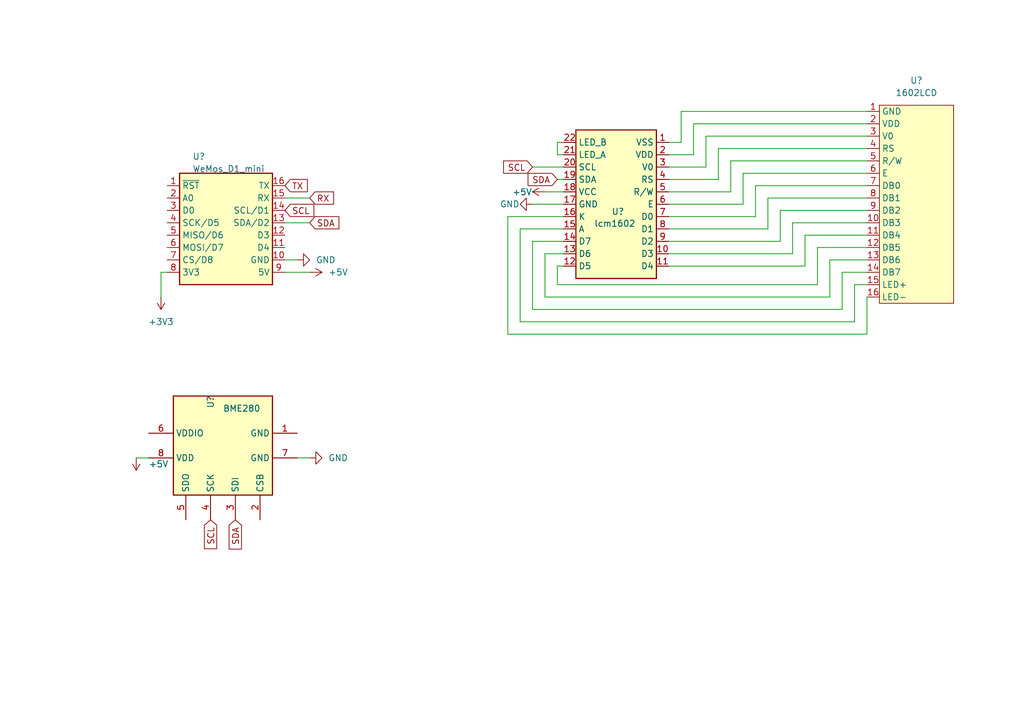
<source format=kicad_sch>
(kicad_sch (version 20211123) (generator eeschema)
  (paper "A5")
  (lib_symbols
    (symbol "MCU_Module:WeMos_D1_mini"
      (property "Reference" "U?" (at -8.1406 -15.24 0))
      (property "Value" "WeMos_D1_mini" (at -8.1406 -17.78 0))
      (symbol "WeMos_D1_mini_1_1"
        (rectangle (start -8.89 10.16) (end 10.16 -12.7) (stroke (width 0.254)) (fill (type background)))
        (pin input line (at -11.43 7.62 0) (length 2.54) (name "~{RST}") (number "1"))
        (pin power_in line (at 12.7 -7.62 180) (length 2.54) (name "GND") (number "10"))
        (pin bidirectional line (at 12.7 -5.08 180) (length 2.54) (name "D4") (number "11"))
        (pin bidirectional line (at 12.7 -2.54 180) (length 2.54) (name "D3") (number "12"))
        (pin bidirectional line (at 12.7 0 180) (length 2.54) (name "SDA/D2") (number "13"))
        (pin bidirectional line (at 12.7 2.54 180) (length 2.54) (name "SCL/D1") (number "14"))
        (pin input line (at 12.7 5.08 180) (length 2.54) (name "RX") (number "15"))
        (pin output line (at 12.7 7.62 180) (length 2.54) (name "TX") (number "16"))
        (pin input line (at -11.43 5.08 0) (length 2.54) (name "A0") (number "2"))
        (pin bidirectional line (at -11.43 2.54 0) (length 2.54) (name "D0") (number "3"))
        (pin bidirectional line (at -11.43 0 0) (length 2.54) (name "SCK/D5") (number "4"))
        (pin bidirectional line (at -11.43 -2.54 0) (length 2.54) (name "MISO/D6") (number "5"))
        (pin bidirectional line (at -11.43 -5.08 0) (length 2.54) (name "MOSI/D7") (number "6"))
        (pin bidirectional line (at -11.43 -7.62 0) (length 2.54) (name "CS/D8") (number "7"))
        (pin power_out line (at -11.43 -10.16 0) (length 2.54) (name "3V3") (number "8"))
        (pin power_in line (at 12.7 -10.16 180) (length 2.54) (name "5V") (number "9"))
      )
    )
    (symbol "Sensor:BME280"
      (property "Reference" "U" (at -8.89 11.43 0))
      (property "Value" "BME280" (at 7.62 11.43 0))
      (symbol "BME280_0_1"
        (rectangle (start -10.16 10.16) (end 10.16 -10.16) (stroke (width 0.254)) (fill (type background)))
      )
      (symbol "BME280_1_1"
        (pin power_in line (at -2.54 -15.24 90) (length 5.08) (name "GND") (number "1"))
        (pin input line (at 15.24 -7.62 180) (length 5.08) (name "CSB") (number "2"))
        (pin bidirectional line (at 15.24 -2.54 180) (length 5.08) (name "SDI") (number "3"))
        (pin input line (at 15.24 2.54 180) (length 5.08) (name "SCK") (number "4"))
        (pin bidirectional line (at 15.24 7.62 180) (length 5.08) (name "SDO") (number "5"))
        (pin power_in line (at -2.54 15.24 270) (length 5.08) (name "VDDIO") (number "6"))
        (pin power_in line (at 2.54 -15.24 90) (length 5.08) (name "GND") (number "7"))
        (pin power_in line (at 2.54 15.24 270) (length 5.08) (name "VDD") (number "8"))
      )
    )
    (symbol "lcm1602_1"
      (property "Reference" "U?" (at 28.575 17.78 0))
      (property "Value" "lcm1602" (at 28.575 15.24 0))
      (symbol "lcm1602_1_0_1"
        (rectangle (start -7.62 16.51) (end 8.89 -13.97) (stroke (width 0.254)) (fill (type background)))
      )
      (symbol "lcm1602_1_1_1"
        (pin power_in line (at -10.16 13.97 0) (length 2.54) (name "VSS") (number "1"))
        (pin input line (at -10.16 -8.89 0) (length 2.54) (name "D3") (number "10"))
        (pin input line (at -10.16 -11.43 0) (length 2.54) (name "D4") (number "11"))
        (pin input line (at 11.43 -11.43 180) (length 2.54) (name "D5") (number "12"))
        (pin input line (at 11.43 -8.89 180) (length 2.54) (name "D6") (number "13"))
        (pin input line (at 11.43 -6.35 180) (length 2.54) (name "D7") (number "14"))
        (pin input line (at 11.43 -3.81 180) (length 2.54) (name "A") (number "15"))
        (pin input line (at 11.43 -1.27 180) (length 2.54) (name "K") (number "16"))
        (pin power_in line (at 11.43 1.27 180) (length 2.54) (name "GND") (number "17"))
        (pin power_in line (at 11.43 3.81 180) (length 2.54) (name "VCC") (number "18"))
        (pin bidirectional line (at 11.43 6.35 180) (length 2.54) (name "SDA") (number "19"))
        (pin input line (at -10.16 11.43 0) (length 2.54) (name "VDD") (number "2"))
        (pin bidirectional line (at 11.43 8.89 180) (length 2.54) (name "SCL") (number "20"))
        (pin input line (at 11.43 11.43 180) (length 2.54) (name "LED_A") (number "21"))
        (pin input line (at 11.43 13.97 180) (length 2.54) (name "LED_B") (number "22"))
        (pin input line (at -10.16 8.89 0) (length 2.54) (name "V0") (number "3"))
        (pin input line (at -10.16 6.35 0) (length 2.54) (name "RS") (number "4"))
        (pin input line (at -10.16 3.81 0) (length 2.54) (name "R/W") (number "5"))
        (pin input line (at -10.16 1.27 0) (length 2.54) (name "E") (number "6"))
        (pin input line (at -10.16 -1.27 0) (length 2.54) (name "D0") (number "7"))
        (pin input line (at -10.16 -3.81 0) (length 2.54) (name "D1") (number "8"))
        (pin input line (at -10.16 -6.35 0) (length 2.54) (name "D2") (number "9"))
      )
    )
    (symbol "parts_lib_1:1602LCD"
      (property "Reference" "U" (at 7.62 48.26 0))
      (property "Value" "1602LCD" (at 10.16 50.8 0))
      (symbol "1602LCD_0_1"
        (rectangle (start 5.08 52.07) (end 20.32 11.43) (fill (type background)))
      )
      (symbol "1602LCD_1_1"
        (pin power_out line (at 22.86 50.8 180) (length 2.54) (name "GND") (number "1"))
        (pin input line (at 22.86 27.94 180) (length 2.54) (name "DB3") (number "10"))
        (pin input line (at 22.86 25.4 180) (length 2.54) (name "DB4") (number "11"))
        (pin input line (at 22.86 22.86 180) (length 2.54) (name "DB5") (number "12"))
        (pin input line (at 22.86 20.32 180) (length 2.54) (name "DB6") (number "13"))
        (pin input line (at 22.86 17.78 180) (length 2.54) (name "DB7") (number "14"))
        (pin input line (at 22.86 15.24 180) (length 2.54) (name "LED+") (number "15"))
        (pin output line (at 22.86 12.7 180) (length 2.54) (name "LED-") (number "16"))
        (pin power_out line (at 22.86 48.26 180) (length 2.54) (name "VDD") (number "2"))
        (pin input line (at 22.86 45.72 180) (length 2.54) (name "V0") (number "3"))
        (pin input line (at 22.86 43.18 180) (length 2.54) (name "RS") (number "4"))
        (pin input line (at 22.86 40.64 180) (length 2.54) (name "R/W") (number "5"))
        (pin input line (at 22.86 38.1 180) (length 2.54) (name "E") (number "6"))
        (pin input line (at 22.86 35.56 180) (length 2.54) (name "DB0") (number "7"))
        (pin input line (at 22.86 33.02 180) (length 2.54) (name "DB1") (number "8"))
        (pin input line (at 22.86 30.48 180) (length 2.54) (name "DB2") (number "9"))
      )
    )
    (symbol "power:+3.3V" (power) (pin_names (offset 0))
      (property "Value" "+3.3V" (at 0 3.556 0))
      (symbol "+3.3V_0_1"
        (polyline (pts (xy -0.762 1.27) (xy 0 2.54)))
        (polyline (pts (xy 0 0) (xy 0 2.54)))
        (polyline (pts (xy 0 2.54) (xy 0.762 1.27)))
      )
      (symbol "+3.3V_1_1"
        (pin power_in line (at 0 0 90) (length 0) hide (name "+3V3") (number "1"))
      )
    )
    (symbol "power:+5V" (power) (pin_names (offset 0))
      (property "Value" "+5V" (at 0 3.556 0))
      (symbol "+5V_0_1"
        (polyline (pts (xy -0.762 1.27) (xy 0 2.54)))
        (polyline (pts (xy 0 0) (xy 0 2.54)))
        (polyline (pts (xy 0 2.54) (xy 0.762 1.27)))
      )
      (symbol "+5V_1_1"
        (pin power_in line (at 0 0 90) (length 0) hide (name "+5V") (number "1"))
      )
    )
    (symbol "power:GND" (power) (pin_names (offset 0))
      (property "Value" "GND" (at 0 -3.81 0))
      (symbol "GND_0_1"
        (polyline (pts (xy 0 0) (xy 0 -1.27) (xy 1.27 -1.27) (xy 0 -2.54) (xy -1.27 -1.27) (xy 0 -1.27)))
      )
      (symbol "GND_1_1"
        (pin power_in line (at 0 0 270) (length 0) hide (name "GND") (number "1"))
      )
    )
  )
  (wire (pts (xy 162.56 45.72) (xy 162.56 52.07)))
  (wire (pts (xy 177.8 22.86) (xy 139.7 22.86)))
  (wire (pts (xy 111.76 39.37) (xy 115.57 39.37)))
  (wire (pts (xy 157.48 40.64) (xy 157.48 46.99)))
  (wire (pts (xy 106.68 66.04) (xy 106.68 46.99)))
  (wire (pts (xy 58.42 53.34) (xy 60.96 53.34)))
  (wire (pts (xy 160.02 49.53) (xy 137.16 49.53)))
  (wire (pts (xy 142.24 31.75) (xy 137.16 31.75)))
  (wire (pts (xy 111.76 52.07) (xy 115.57 52.07)))
  (wire (pts (xy 142.24 25.4) (xy 142.24 31.75)))
  (wire (pts (xy 177.8 60.96) (xy 177.8 68.58)))
  (wire (pts (xy 177.8 45.72) (xy 162.56 45.72)))
  (wire (pts (xy 165.1 54.61) (xy 137.16 54.61)))
  (wire (pts (xy 175.26 58.42) (xy 175.26 66.04)))
  (wire (pts (xy 177.8 53.34) (xy 170.18 53.34)))
  (wire (pts (xy 34.29 55.88) (xy 33.02 55.88)))
  (wire (pts (xy 147.32 30.48) (xy 147.32 36.83)))
  (wire (pts (xy 139.7 29.21) (xy 137.16 29.21)))
  (wire (pts (xy 104.14 68.58) (xy 104.14 44.45)))
  (wire (pts (xy 152.4 35.56) (xy 152.4 41.91)))
  (wire (pts (xy 106.68 46.99) (xy 115.57 46.99)))
  (wire (pts (xy 109.22 49.53) (xy 115.57 49.53)))
  (wire (pts (xy 152.4 41.91) (xy 137.16 41.91)))
  (wire (pts (xy 177.8 43.18) (xy 160.02 43.18)))
  (wire (pts (xy 177.8 50.8) (xy 167.64 50.8)))
  (wire (pts (xy 177.8 55.88) (xy 172.72 55.88)))
  (wire (pts (xy 58.42 45.72) (xy 63.5 45.72)))
  (wire (pts (xy 114.3 36.83) (xy 115.57 36.83)))
  (wire (pts (xy 177.8 33.02) (xy 149.86 33.02)))
  (wire (pts (xy 160.02 43.18) (xy 160.02 49.53)))
  (wire (pts (xy 144.78 34.29) (xy 137.16 34.29)))
  (wire (pts (xy 177.8 38.1) (xy 154.94 38.1)))
  (wire (pts (xy 162.56 52.07) (xy 137.16 52.07)))
  (wire (pts (xy 144.78 27.94) (xy 144.78 34.29)))
  (wire (pts (xy 167.64 50.8) (xy 167.64 58.42)))
  (wire (pts (xy 154.94 44.45) (xy 137.16 44.45)))
  (wire (pts (xy 58.42 40.64) (xy 63.5 40.64)))
  (wire (pts (xy 149.86 33.02) (xy 149.86 39.37)))
  (wire (pts (xy 177.8 68.58) (xy 104.14 68.58)))
  (wire (pts (xy 114.3 29.21) (xy 114.3 31.75)))
  (wire (pts (xy 147.32 36.83) (xy 137.16 36.83)))
  (wire (pts (xy 170.18 53.34) (xy 170.18 60.96)))
  (wire (pts (xy 60.96 93.98) (xy 63.5 93.98)))
  (wire (pts (xy 58.42 55.88) (xy 63.5 55.88)))
  (wire (pts (xy 172.72 55.88) (xy 172.72 63.5)))
  (wire (pts (xy 115.57 29.21) (xy 114.3 29.21)))
  (wire (pts (xy 109.22 41.91) (xy 115.57 41.91)))
  (wire (pts (xy 177.8 25.4) (xy 142.24 25.4)))
  (wire (pts (xy 175.26 66.04) (xy 106.68 66.04)))
  (wire (pts (xy 165.1 48.26) (xy 165.1 54.61)))
  (wire (pts (xy 177.8 40.64) (xy 157.48 40.64)))
  (wire (pts (xy 114.3 54.61) (xy 115.57 54.61)))
  (wire (pts (xy 109.22 63.5) (xy 109.22 49.53)))
  (wire (pts (xy 33.02 55.88) (xy 33.02 60.96)))
  (wire (pts (xy 154.94 38.1) (xy 154.94 44.45)))
  (wire (pts (xy 177.8 58.42) (xy 175.26 58.42)))
  (wire (pts (xy 115.57 31.75) (xy 114.3 31.75)))
  (wire (pts (xy 172.72 63.5) (xy 109.22 63.5)))
  (wire (pts (xy 149.86 39.37) (xy 137.16 39.37)))
  (wire (pts (xy 157.48 46.99) (xy 137.16 46.99)))
  (wire (pts (xy 167.64 58.42) (xy 114.3 58.42)))
  (wire (pts (xy 114.3 58.42) (xy 114.3 54.61)))
  (wire (pts (xy 104.14 44.45) (xy 115.57 44.45)))
  (wire (pts (xy 177.8 48.26) (xy 165.1 48.26)))
  (wire (pts (xy 139.7 22.86) (xy 139.7 29.21)))
  (wire (pts (xy 170.18 60.96) (xy 111.76 60.96)))
  (wire (pts (xy 27.94 93.98) (xy 30.48 93.98)))
  (wire (pts (xy 177.8 27.94) (xy 144.78 27.94)))
  (wire (pts (xy 109.22 34.29) (xy 115.57 34.29)))
  (wire (pts (xy 177.8 30.48) (xy 147.32 30.48)))
  (wire (pts (xy 177.8 35.56) (xy 152.4 35.56)))
  (wire (pts (xy 111.76 60.96) (xy 111.76 52.07)))
  (global_label "SDA" (shape input) (at 114.3 36.83 180) (property "Intersheet References" "${INTERSHEET_REFS}" (effects hide)))
  (global_label "SCL" (shape input) (at 58.42 43.18 0) (property "Intersheet References" "${INTERSHEET_REFS}" (effects hide)))
  (global_label "SDA" (shape input) (at 63.5 45.72 0) (property "Intersheet References" "${INTERSHEET_REFS}" (effects hide)))
  (global_label "SDA" (shape input) (at 48.26 106.68 270) (property "Intersheet References" "${INTERSHEET_REFS}" (effects hide)))
  (global_label "SCL" (shape input) (at 43.18 106.68 270) (property "Intersheet References" "${INTERSHEET_REFS}" (effects hide)))
  (global_label "TX" (shape input) (at 58.42 38.1 0) (property "Intersheet References" "${INTERSHEET_REFS}" (effects hide)))
  (global_label "SCL" (shape input) (at 109.22 34.29 180) (property "Intersheet References" "${INTERSHEET_REFS}" (effects hide)))
  (global_label "RX" (shape input) (at 63.5 40.64 0) (property "Intersheet References" "${INTERSHEET_REFS}" (effects hide)))
  (symbol (lib_id "power:+5V") (at 27.94 93.98 180) (unit 1)
    (property "Reference" "#PWR?" (effects hide))
    (property "Value" "+5V" (at 30.48 95.2499 0) (effects (justify right)))
  )
  (symbol (lib_id "Sensor:BME280") (at 45.72 91.44 90) (mirror x) (unit 1)
    (property "Reference" "U?" (at 43.18 83.82 0) (effects (justify right)))
    (property "Value" "BME280" (at 45.72 83.82 90) (effects (justify right)))
    (property "Footprint" "Package_LGA:Bosch_LGA-8_2.5x2.5mm_P0.65mm_ClockwisePinNumbering" (effects hide))
    (property "Datasheet" "https://ae-bst.resource.bosch.com/media/_tech/media/datasheets/BST-BME280-DS002.pdf" (effects hide))
  )
  (symbol (lib_id "power:GND") (at 63.5 93.98 90) (mirror x) (unit 1)
    (property "Reference" "#PWR?" (effects hide))
    (property "Value" "GND" (at 67.31 93.9799 90) (effects (justify right)))
  )
  (symbol (lib_id "power:GND") (at 60.96 53.34 90) (mirror x) (unit 1)
    (property "Reference" "#PWR?" (effects hide))
    (property "Value" "GND" (at 64.77 53.3399 90) (effects (justify right)))
  )
  (symbol (lib_id "parts_lib_1:1602LCD") (at 200.66 73.66 0) (mirror y) (unit 1)
    (property "Reference" "U?" (at 187.96 16.51 0))
    (property "Value" "1602LCD" (at 187.96 19.05 0))
  )
  (symbol (lib_id "power:+3.3V") (at 33.02 60.96 0) (mirror x) (unit 1)
    (property "Reference" "#PWR?" (effects hide))
    (property "Value" "+3.3V" (at 33.02 66.04 0))
  )
  (symbol (lib_id "power:+5V") (at 63.5 55.88 270) (unit 1)
    (property "Reference" "#PWR?" (effects hide))
    (property "Value" "+5V" (at 67.31 55.8799 90) (effects (justify left)))
  )
  (symbol (lib_name "lcm1602_1") (lib_id "parts_lib_1:lcm1602") (at 127 43.18 0) (mirror y) (unit 1)
    (property "Reference" "U?" (at 126.7416 43.4149 0))
    (property "Value" "lcm1602" (at 126.1043 45.8729 0))
  )
  (symbol (lib_id "MCU_Module:WeMos_D1_mini") (at 45.72 45.72 0) (unit 1)
    (property "Reference" "U?" (at 39.4664 32.1186 0) (effects (justify left)))
    (property "Value" "WeMos_D1_mini" (at 39.4664 34.6586 0) (effects (justify left)))
    (property "Footprint" "Module:WEMOS_D1_mini_light" (effects hide))
    (property "Datasheet" "https://wiki.wemos.cc/products:d1:d1_mini#documentation" (effects hide))
  )
  (symbol (lib_id "power:+5V") (at 111.76 39.37 90) (mirror x) (unit 1)
    (property "Reference" "#PWR?" (effects hide))
    (property "Value" "+5V" (at 105.0433 39.4204 90) (effects (justify right)))
  )
  (symbol (lib_id "power:GND") (at 109.22 41.91 270) (unit 1)
    (property "Reference" "#PWR?" (effects hide))
    (property "Value" "GND" (at 102.4939 41.8926 90) (effects (justify left)))
  )
)
</source>
